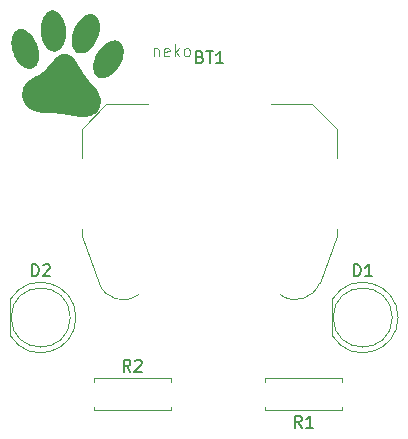
<source format=gto>
G04 #@! TF.GenerationSoftware,KiCad,Pcbnew,9.0.1*
G04 #@! TF.CreationDate,2025-06-26T00:20:29+05:30*
G04 #@! TF.ProjectId,solder,736f6c64-6572-42e6-9b69-6361645f7063,rev?*
G04 #@! TF.SameCoordinates,Original*
G04 #@! TF.FileFunction,Legend,Top*
G04 #@! TF.FilePolarity,Positive*
%FSLAX46Y46*%
G04 Gerber Fmt 4.6, Leading zero omitted, Abs format (unit mm)*
G04 Created by KiCad (PCBNEW 9.0.1) date 2025-06-26 00:20:29*
%MOMM*%
%LPD*%
G01*
G04 APERTURE LIST*
%ADD10C,0.100000*%
%ADD11C,0.150000*%
%ADD12C,0.000000*%
%ADD13C,0.120000*%
%ADD14C,1.600000*%
%ADD15O,1.600000X1.600000*%
%ADD16R,1.800000X1.800000*%
%ADD17C,1.800000*%
%ADD18R,1.270000X5.080000*%
%ADD19C,17.800000*%
G04 APERTURE END LIST*
D10*
X146303884Y-88205752D02*
X146303884Y-88872419D01*
X146303884Y-88300990D02*
X146351503Y-88253371D01*
X146351503Y-88253371D02*
X146446741Y-88205752D01*
X146446741Y-88205752D02*
X146589598Y-88205752D01*
X146589598Y-88205752D02*
X146684836Y-88253371D01*
X146684836Y-88253371D02*
X146732455Y-88348609D01*
X146732455Y-88348609D02*
X146732455Y-88872419D01*
X147589598Y-88824800D02*
X147494360Y-88872419D01*
X147494360Y-88872419D02*
X147303884Y-88872419D01*
X147303884Y-88872419D02*
X147208646Y-88824800D01*
X147208646Y-88824800D02*
X147161027Y-88729561D01*
X147161027Y-88729561D02*
X147161027Y-88348609D01*
X147161027Y-88348609D02*
X147208646Y-88253371D01*
X147208646Y-88253371D02*
X147303884Y-88205752D01*
X147303884Y-88205752D02*
X147494360Y-88205752D01*
X147494360Y-88205752D02*
X147589598Y-88253371D01*
X147589598Y-88253371D02*
X147637217Y-88348609D01*
X147637217Y-88348609D02*
X147637217Y-88443847D01*
X147637217Y-88443847D02*
X147161027Y-88539085D01*
X148065789Y-88872419D02*
X148065789Y-87872419D01*
X148161027Y-88491466D02*
X148446741Y-88872419D01*
X148446741Y-88205752D02*
X148065789Y-88586704D01*
X149018170Y-88872419D02*
X148922932Y-88824800D01*
X148922932Y-88824800D02*
X148875313Y-88777180D01*
X148875313Y-88777180D02*
X148827694Y-88681942D01*
X148827694Y-88681942D02*
X148827694Y-88396228D01*
X148827694Y-88396228D02*
X148875313Y-88300990D01*
X148875313Y-88300990D02*
X148922932Y-88253371D01*
X148922932Y-88253371D02*
X149018170Y-88205752D01*
X149018170Y-88205752D02*
X149161027Y-88205752D01*
X149161027Y-88205752D02*
X149256265Y-88253371D01*
X149256265Y-88253371D02*
X149303884Y-88300990D01*
X149303884Y-88300990D02*
X149351503Y-88396228D01*
X149351503Y-88396228D02*
X149351503Y-88681942D01*
X149351503Y-88681942D02*
X149303884Y-88777180D01*
X149303884Y-88777180D02*
X149256265Y-88824800D01*
X149256265Y-88824800D02*
X149161027Y-88872419D01*
X149161027Y-88872419D02*
X149018170Y-88872419D01*
D11*
X158833333Y-120324819D02*
X158500000Y-119848628D01*
X158261905Y-120324819D02*
X158261905Y-119324819D01*
X158261905Y-119324819D02*
X158642857Y-119324819D01*
X158642857Y-119324819D02*
X158738095Y-119372438D01*
X158738095Y-119372438D02*
X158785714Y-119420057D01*
X158785714Y-119420057D02*
X158833333Y-119515295D01*
X158833333Y-119515295D02*
X158833333Y-119658152D01*
X158833333Y-119658152D02*
X158785714Y-119753390D01*
X158785714Y-119753390D02*
X158738095Y-119801009D01*
X158738095Y-119801009D02*
X158642857Y-119848628D01*
X158642857Y-119848628D02*
X158261905Y-119848628D01*
X159785714Y-120324819D02*
X159214286Y-120324819D01*
X159500000Y-120324819D02*
X159500000Y-119324819D01*
X159500000Y-119324819D02*
X159404762Y-119467676D01*
X159404762Y-119467676D02*
X159309524Y-119562914D01*
X159309524Y-119562914D02*
X159214286Y-119610533D01*
X163256905Y-107494819D02*
X163256905Y-106494819D01*
X163256905Y-106494819D02*
X163495000Y-106494819D01*
X163495000Y-106494819D02*
X163637857Y-106542438D01*
X163637857Y-106542438D02*
X163733095Y-106637676D01*
X163733095Y-106637676D02*
X163780714Y-106732914D01*
X163780714Y-106732914D02*
X163828333Y-106923390D01*
X163828333Y-106923390D02*
X163828333Y-107066247D01*
X163828333Y-107066247D02*
X163780714Y-107256723D01*
X163780714Y-107256723D02*
X163733095Y-107351961D01*
X163733095Y-107351961D02*
X163637857Y-107447200D01*
X163637857Y-107447200D02*
X163495000Y-107494819D01*
X163495000Y-107494819D02*
X163256905Y-107494819D01*
X164780714Y-107494819D02*
X164209286Y-107494819D01*
X164495000Y-107494819D02*
X164495000Y-106494819D01*
X164495000Y-106494819D02*
X164399762Y-106637676D01*
X164399762Y-106637676D02*
X164304524Y-106732914D01*
X164304524Y-106732914D02*
X164209286Y-106780533D01*
X135991905Y-107494819D02*
X135991905Y-106494819D01*
X135991905Y-106494819D02*
X136230000Y-106494819D01*
X136230000Y-106494819D02*
X136372857Y-106542438D01*
X136372857Y-106542438D02*
X136468095Y-106637676D01*
X136468095Y-106637676D02*
X136515714Y-106732914D01*
X136515714Y-106732914D02*
X136563333Y-106923390D01*
X136563333Y-106923390D02*
X136563333Y-107066247D01*
X136563333Y-107066247D02*
X136515714Y-107256723D01*
X136515714Y-107256723D02*
X136468095Y-107351961D01*
X136468095Y-107351961D02*
X136372857Y-107447200D01*
X136372857Y-107447200D02*
X136230000Y-107494819D01*
X136230000Y-107494819D02*
X135991905Y-107494819D01*
X136944286Y-106590057D02*
X136991905Y-106542438D01*
X136991905Y-106542438D02*
X137087143Y-106494819D01*
X137087143Y-106494819D02*
X137325238Y-106494819D01*
X137325238Y-106494819D02*
X137420476Y-106542438D01*
X137420476Y-106542438D02*
X137468095Y-106590057D01*
X137468095Y-106590057D02*
X137515714Y-106685295D01*
X137515714Y-106685295D02*
X137515714Y-106780533D01*
X137515714Y-106780533D02*
X137468095Y-106923390D01*
X137468095Y-106923390D02*
X136896667Y-107494819D01*
X136896667Y-107494819D02*
X137515714Y-107494819D01*
X144333333Y-115584819D02*
X144000000Y-115108628D01*
X143761905Y-115584819D02*
X143761905Y-114584819D01*
X143761905Y-114584819D02*
X144142857Y-114584819D01*
X144142857Y-114584819D02*
X144238095Y-114632438D01*
X144238095Y-114632438D02*
X144285714Y-114680057D01*
X144285714Y-114680057D02*
X144333333Y-114775295D01*
X144333333Y-114775295D02*
X144333333Y-114918152D01*
X144333333Y-114918152D02*
X144285714Y-115013390D01*
X144285714Y-115013390D02*
X144238095Y-115061009D01*
X144238095Y-115061009D02*
X144142857Y-115108628D01*
X144142857Y-115108628D02*
X143761905Y-115108628D01*
X144714286Y-114680057D02*
X144761905Y-114632438D01*
X144761905Y-114632438D02*
X144857143Y-114584819D01*
X144857143Y-114584819D02*
X145095238Y-114584819D01*
X145095238Y-114584819D02*
X145190476Y-114632438D01*
X145190476Y-114632438D02*
X145238095Y-114680057D01*
X145238095Y-114680057D02*
X145285714Y-114775295D01*
X145285714Y-114775295D02*
X145285714Y-114870533D01*
X145285714Y-114870533D02*
X145238095Y-115013390D01*
X145238095Y-115013390D02*
X144666667Y-115584819D01*
X144666667Y-115584819D02*
X145285714Y-115584819D01*
X150214285Y-88931009D02*
X150357142Y-88978628D01*
X150357142Y-88978628D02*
X150404761Y-89026247D01*
X150404761Y-89026247D02*
X150452380Y-89121485D01*
X150452380Y-89121485D02*
X150452380Y-89264342D01*
X150452380Y-89264342D02*
X150404761Y-89359580D01*
X150404761Y-89359580D02*
X150357142Y-89407200D01*
X150357142Y-89407200D02*
X150261904Y-89454819D01*
X150261904Y-89454819D02*
X149880952Y-89454819D01*
X149880952Y-89454819D02*
X149880952Y-88454819D01*
X149880952Y-88454819D02*
X150214285Y-88454819D01*
X150214285Y-88454819D02*
X150309523Y-88502438D01*
X150309523Y-88502438D02*
X150357142Y-88550057D01*
X150357142Y-88550057D02*
X150404761Y-88645295D01*
X150404761Y-88645295D02*
X150404761Y-88740533D01*
X150404761Y-88740533D02*
X150357142Y-88835771D01*
X150357142Y-88835771D02*
X150309523Y-88883390D01*
X150309523Y-88883390D02*
X150214285Y-88931009D01*
X150214285Y-88931009D02*
X149880952Y-88931009D01*
X150738095Y-88454819D02*
X151309523Y-88454819D01*
X151023809Y-89454819D02*
X151023809Y-88454819D01*
X152166666Y-89454819D02*
X151595238Y-89454819D01*
X151880952Y-89454819D02*
X151880952Y-88454819D01*
X151880952Y-88454819D02*
X151785714Y-88597676D01*
X151785714Y-88597676D02*
X151690476Y-88692914D01*
X151690476Y-88692914D02*
X151595238Y-88740533D01*
D12*
G04 #@! TO.C,G\u002A\u002A\u002A*
G36*
X137796710Y-84987544D02*
G01*
X137834843Y-84990412D01*
X137864842Y-84994801D01*
X137870694Y-84996142D01*
X137967176Y-85025503D01*
X138056568Y-85063155D01*
X138140520Y-85110062D01*
X138220682Y-85167192D01*
X138298704Y-85235511D01*
X138326626Y-85263072D01*
X138411507Y-85357757D01*
X138490154Y-85462617D01*
X138562311Y-85576847D01*
X138627719Y-85699639D01*
X138686123Y-85830188D01*
X138737264Y-85967687D01*
X138780886Y-86111329D01*
X138816733Y-86260308D01*
X138844545Y-86413818D01*
X138864068Y-86571052D01*
X138875043Y-86731204D01*
X138877213Y-86893467D01*
X138874612Y-86982192D01*
X138863050Y-87144689D01*
X138843038Y-87298806D01*
X138814297Y-87445624D01*
X138776552Y-87586222D01*
X138729524Y-87721683D01*
X138672937Y-87853086D01*
X138629088Y-87940240D01*
X138575258Y-88033710D01*
X138518472Y-88116992D01*
X138457053Y-88192340D01*
X138389602Y-88261739D01*
X138311560Y-88328242D01*
X138230226Y-88383362D01*
X138146120Y-88426928D01*
X138059761Y-88458769D01*
X137971668Y-88478714D01*
X137882361Y-88486592D01*
X137792360Y-88482230D01*
X137743440Y-88474685D01*
X137653428Y-88451148D01*
X137564788Y-88415496D01*
X137477971Y-88368081D01*
X137393426Y-88309258D01*
X137311603Y-88239379D01*
X137232952Y-88158799D01*
X137157923Y-88067869D01*
X137086965Y-87966945D01*
X137076487Y-87950630D01*
X137061594Y-87925568D01*
X137042827Y-87891564D01*
X137021421Y-87851085D01*
X136998613Y-87806602D01*
X136975638Y-87760582D01*
X136953731Y-87715494D01*
X136934128Y-87673808D01*
X136918066Y-87637991D01*
X136908571Y-87615160D01*
X136856288Y-87466787D01*
X136812364Y-87309206D01*
X136776789Y-87142381D01*
X136749556Y-86966277D01*
X136745189Y-86930617D01*
X136740932Y-86884854D01*
X136737586Y-86829466D01*
X136735152Y-86766823D01*
X136733630Y-86699297D01*
X136733021Y-86629259D01*
X136733324Y-86559080D01*
X136734541Y-86491130D01*
X136736671Y-86427780D01*
X136739714Y-86371402D01*
X136743671Y-86324367D01*
X136745125Y-86311715D01*
X136769764Y-86150002D01*
X136802193Y-85997131D01*
X136842335Y-85853283D01*
X136890114Y-85718637D01*
X136945452Y-85593374D01*
X137008273Y-85477674D01*
X137078502Y-85371719D01*
X137156060Y-85275689D01*
X137208190Y-85220821D01*
X137276265Y-85158655D01*
X137344364Y-85107315D01*
X137414997Y-85065374D01*
X137490678Y-85031403D01*
X137573916Y-85003976D01*
X137603683Y-84996065D01*
X137631209Y-84991310D01*
X137667693Y-84988081D01*
X137709717Y-84986378D01*
X137753862Y-84986199D01*
X137796710Y-84987544D01*
G37*
G36*
X141085166Y-85313732D02*
G01*
X141170381Y-85333301D01*
X141251507Y-85364081D01*
X141281811Y-85379117D01*
X141362776Y-85428662D01*
X141435817Y-85487180D01*
X141501183Y-85554980D01*
X141559124Y-85632371D01*
X141609893Y-85719663D01*
X141653738Y-85817164D01*
X141668065Y-85855352D01*
X141701997Y-85962028D01*
X141727593Y-86069465D01*
X141745071Y-86179522D01*
X141754651Y-86294060D01*
X141756550Y-86414940D01*
X141750989Y-86544019D01*
X141750257Y-86554353D01*
X141731156Y-86731314D01*
X141699739Y-86906984D01*
X141656169Y-87080917D01*
X141600606Y-87252662D01*
X141533209Y-87421773D01*
X141454139Y-87587800D01*
X141363557Y-87750297D01*
X141270062Y-87896480D01*
X141225737Y-87960099D01*
X141184183Y-88016186D01*
X141142718Y-88068003D01*
X141098656Y-88118810D01*
X141049314Y-88171869D01*
X141010955Y-88211327D01*
X140917424Y-88300201D01*
X140820794Y-88380471D01*
X140722146Y-88451426D01*
X140622567Y-88512350D01*
X140523138Y-88562530D01*
X140424943Y-88601254D01*
X140412847Y-88605241D01*
X140345495Y-88623280D01*
X140272130Y-88636531D01*
X140197076Y-88644508D01*
X140124655Y-88646727D01*
X140069012Y-88643785D01*
X139979281Y-88628733D01*
X139894039Y-88602153D01*
X139813644Y-88564318D01*
X139738455Y-88515501D01*
X139668831Y-88455977D01*
X139605130Y-88386018D01*
X139547709Y-88305896D01*
X139496929Y-88215887D01*
X139490511Y-88202805D01*
X139446867Y-88100270D01*
X139412263Y-87992101D01*
X139386534Y-87877478D01*
X139369516Y-87755577D01*
X139361043Y-87625579D01*
X139359961Y-87552645D01*
X139365922Y-87383223D01*
X139383477Y-87216543D01*
X139412838Y-87051285D01*
X139454218Y-86886131D01*
X139482439Y-86794060D01*
X139497514Y-86749541D01*
X139515287Y-86699787D01*
X139534516Y-86648063D01*
X139553959Y-86597634D01*
X139572375Y-86551766D01*
X139588523Y-86513724D01*
X139592049Y-86505841D01*
X139656457Y-86370889D01*
X139722780Y-86246516D01*
X139792332Y-86130811D01*
X139866431Y-86021866D01*
X139946394Y-85917770D01*
X140033536Y-85816613D01*
X140129174Y-85716485D01*
X140151107Y-85694776D01*
X140241467Y-85612206D01*
X140334237Y-85539034D01*
X140428767Y-85475440D01*
X140524406Y-85421607D01*
X140620507Y-85377715D01*
X140716417Y-85343947D01*
X140811488Y-85320483D01*
X140905070Y-85307505D01*
X140996512Y-85305194D01*
X141085166Y-85313732D01*
G37*
G36*
X135087401Y-86563482D02*
G01*
X135190846Y-86574194D01*
X135291955Y-86596116D01*
X135391197Y-86629462D01*
X135489037Y-86674446D01*
X135585946Y-86731284D01*
X135682389Y-86800190D01*
X135777565Y-86880230D01*
X135896868Y-86996385D01*
X136007317Y-87121360D01*
X136108900Y-87255139D01*
X136201609Y-87397708D01*
X136285435Y-87549051D01*
X136360369Y-87709153D01*
X136426401Y-87877999D01*
X136483523Y-88055572D01*
X136488983Y-88074648D01*
X136516383Y-88175703D01*
X136538747Y-88268266D01*
X136556477Y-88355107D01*
X136569975Y-88438994D01*
X136579642Y-88522693D01*
X136585881Y-88608973D01*
X136589093Y-88700602D01*
X136589755Y-88768569D01*
X136589289Y-88843215D01*
X136587542Y-88908184D01*
X136584260Y-88966262D01*
X136579185Y-89020233D01*
X136572065Y-89072882D01*
X136562642Y-89126994D01*
X136552242Y-89178045D01*
X136523684Y-89288841D01*
X136486995Y-89394146D01*
X136442752Y-89492884D01*
X136391532Y-89583979D01*
X136333913Y-89666358D01*
X136270473Y-89738943D01*
X136230568Y-89776722D01*
X136160061Y-89830471D01*
X136082929Y-89874236D01*
X136000496Y-89907685D01*
X135914083Y-89930485D01*
X135825014Y-89942304D01*
X135734612Y-89942809D01*
X135644200Y-89931669D01*
X135627294Y-89928244D01*
X135520475Y-89899147D01*
X135415525Y-89858258D01*
X135312307Y-89805480D01*
X135210683Y-89740716D01*
X135110518Y-89663871D01*
X135011674Y-89574848D01*
X134914014Y-89473550D01*
X134817401Y-89359882D01*
X134814465Y-89356214D01*
X134728740Y-89240561D01*
X134647883Y-89114720D01*
X134572608Y-88980295D01*
X134503629Y-88838889D01*
X134441659Y-88692108D01*
X134387411Y-88541554D01*
X134341600Y-88388833D01*
X134304938Y-88235548D01*
X134296020Y-88190698D01*
X134283118Y-88118971D01*
X134273067Y-88053866D01*
X134265569Y-87992053D01*
X134260325Y-87930199D01*
X134257035Y-87864976D01*
X134255401Y-87793050D01*
X134255082Y-87734723D01*
X134255183Y-87680378D01*
X134255576Y-87636182D01*
X134256397Y-87599781D01*
X134257779Y-87568823D01*
X134259858Y-87540953D01*
X134262769Y-87513820D01*
X134266646Y-87485069D01*
X134271042Y-87456062D01*
X134293909Y-87331914D01*
X134322168Y-87218494D01*
X134356122Y-87115109D01*
X134396075Y-87021066D01*
X134442332Y-86935671D01*
X134495195Y-86858232D01*
X134554968Y-86788055D01*
X134571087Y-86771505D01*
X134643418Y-86706768D01*
X134718945Y-86654093D01*
X134797844Y-86613409D01*
X134880291Y-86584644D01*
X134966463Y-86567729D01*
X135056535Y-86562592D01*
X135087401Y-86563482D01*
G37*
G36*
X143098648Y-87539724D02*
G01*
X143183744Y-87553086D01*
X143244794Y-87569355D01*
X143327504Y-87602366D01*
X143403794Y-87645747D01*
X143473420Y-87698999D01*
X143536140Y-87761622D01*
X143591711Y-87833115D01*
X143639889Y-87912979D01*
X143680433Y-88000715D01*
X143713098Y-88095821D01*
X143737643Y-88197799D01*
X143753824Y-88306148D01*
X143761399Y-88420369D01*
X143760124Y-88539962D01*
X143754603Y-88618532D01*
X143740277Y-88740955D01*
X143720153Y-88858675D01*
X143693500Y-88974705D01*
X143659588Y-89092055D01*
X143617686Y-89213739D01*
X143597001Y-89268221D01*
X143587020Y-89292303D01*
X143572744Y-89324648D01*
X143555212Y-89363087D01*
X143535460Y-89405454D01*
X143514527Y-89449578D01*
X143493450Y-89493292D01*
X143473267Y-89534428D01*
X143455015Y-89570817D01*
X143439732Y-89600290D01*
X143428456Y-89620680D01*
X143427829Y-89621735D01*
X143367914Y-89719567D01*
X143310845Y-89807632D01*
X143255122Y-89887888D01*
X143199247Y-89962292D01*
X143141718Y-90032799D01*
X143081037Y-90101368D01*
X143015704Y-90169956D01*
X142981287Y-90204410D01*
X142871476Y-90307441D01*
X142762818Y-90398465D01*
X142654740Y-90477861D01*
X142546671Y-90546006D01*
X142438037Y-90603277D01*
X142328267Y-90650052D01*
X142278703Y-90667659D01*
X142181424Y-90696827D01*
X142090622Y-90716960D01*
X142004387Y-90728300D01*
X141920813Y-90731087D01*
X141837989Y-90725563D01*
X141828820Y-90724455D01*
X141762115Y-90711450D01*
X141691719Y-90689355D01*
X141620933Y-90659448D01*
X141553059Y-90623004D01*
X141531439Y-90609486D01*
X141495993Y-90583328D01*
X141457378Y-90549633D01*
X141418813Y-90511610D01*
X141383515Y-90472472D01*
X141354702Y-90435429D01*
X141349770Y-90428207D01*
X141302986Y-90348937D01*
X141263441Y-90262704D01*
X141230658Y-90168256D01*
X141204162Y-90064342D01*
X141196213Y-90025128D01*
X141191611Y-89992241D01*
X141188106Y-89949360D01*
X141185699Y-89898948D01*
X141184391Y-89843465D01*
X141184182Y-89785373D01*
X141185072Y-89727135D01*
X141187062Y-89671210D01*
X141190152Y-89620061D01*
X141194343Y-89576150D01*
X141196132Y-89562515D01*
X141224782Y-89397628D01*
X141262740Y-89238567D01*
X141310453Y-89084273D01*
X141368367Y-88933689D01*
X141436928Y-88785756D01*
X141516582Y-88639416D01*
X141607775Y-88493611D01*
X141705430Y-88354727D01*
X141769542Y-88272025D01*
X141839415Y-88188972D01*
X141912919Y-88107820D01*
X141987923Y-88030826D01*
X142062297Y-87960242D01*
X142133908Y-87898323D01*
X142146563Y-87888094D01*
X142178573Y-87862816D01*
X142207652Y-87840631D01*
X142236377Y-87819724D01*
X142267321Y-87798280D01*
X142303061Y-87774483D01*
X142346170Y-87746520D01*
X142360201Y-87737511D01*
X142403007Y-87712215D01*
X142454728Y-87685078D01*
X142512206Y-87657503D01*
X142572281Y-87630895D01*
X142631796Y-87606659D01*
X142687590Y-87586199D01*
X142732167Y-87572131D01*
X142823055Y-87551176D01*
X142915980Y-87538782D01*
X143008619Y-87534960D01*
X143098648Y-87539724D01*
G37*
G36*
X138830514Y-88678393D02*
G01*
X138873458Y-88679549D01*
X138909892Y-88682075D01*
X138942807Y-88686398D01*
X138975195Y-88692947D01*
X139010047Y-88702150D01*
X139050355Y-88714435D01*
X139065640Y-88719328D01*
X139114825Y-88737533D01*
X139168561Y-88761387D01*
X139222878Y-88788856D01*
X139273805Y-88817906D01*
X139317371Y-88846505D01*
X139325157Y-88852221D01*
X139366750Y-88885701D01*
X139413922Y-88927501D01*
X139464921Y-88975813D01*
X139517996Y-89028829D01*
X139571395Y-89084740D01*
X139623366Y-89141737D01*
X139672157Y-89198012D01*
X139716018Y-89251756D01*
X139731545Y-89271818D01*
X139743976Y-89289576D01*
X139761764Y-89317032D01*
X139784171Y-89352965D01*
X139810459Y-89396156D01*
X139839891Y-89445384D01*
X139871729Y-89499430D01*
X139905236Y-89557073D01*
X139929926Y-89600024D01*
X140005599Y-89731712D01*
X140076149Y-89853241D01*
X140142180Y-89965564D01*
X140204296Y-90069636D01*
X140263102Y-90166410D01*
X140319201Y-90256842D01*
X140373196Y-90341886D01*
X140425693Y-90422496D01*
X140477294Y-90499627D01*
X140528604Y-90574233D01*
X140580227Y-90647268D01*
X140632767Y-90719687D01*
X140671654Y-90772187D01*
X140711445Y-90824762D01*
X140750643Y-90874973D01*
X140790653Y-90924479D01*
X140832878Y-90974935D01*
X140878721Y-91027998D01*
X140929587Y-91085324D01*
X140986878Y-91148572D01*
X141034473Y-91200418D01*
X141099362Y-91270789D01*
X141156384Y-91332642D01*
X141206149Y-91386647D01*
X141249271Y-91433471D01*
X141286360Y-91473786D01*
X141318028Y-91508261D01*
X141344889Y-91537564D01*
X141367553Y-91562365D01*
X141386633Y-91583334D01*
X141402741Y-91601141D01*
X141416488Y-91616454D01*
X141428486Y-91629943D01*
X141439349Y-91642278D01*
X141449686Y-91654128D01*
X141458124Y-91663863D01*
X141493730Y-91709551D01*
X141530947Y-91765619D01*
X141568839Y-91830207D01*
X141606472Y-91901454D01*
X141642909Y-91977499D01*
X141677215Y-92056481D01*
X141708455Y-92136539D01*
X141735694Y-92215814D01*
X141735846Y-92216292D01*
X141772869Y-92350052D01*
X141798640Y-92482823D01*
X141813119Y-92613859D01*
X141816268Y-92742412D01*
X141808047Y-92867735D01*
X141788418Y-92989081D01*
X141778428Y-93032141D01*
X141742078Y-93151757D01*
X141694895Y-93265403D01*
X141637274Y-93372612D01*
X141569611Y-93472917D01*
X141492298Y-93565850D01*
X141405732Y-93650944D01*
X141310306Y-93727732D01*
X141206415Y-93795747D01*
X141094453Y-93854522D01*
X141077200Y-93862417D01*
X140976375Y-93904513D01*
X140876378Y-93939481D01*
X140773608Y-93968385D01*
X140664463Y-93992289D01*
X140597267Y-94004207D01*
X140532777Y-94013507D01*
X140463077Y-94021292D01*
X140390600Y-94027449D01*
X140317773Y-94031867D01*
X140247028Y-94034433D01*
X140180794Y-94035035D01*
X140121502Y-94033561D01*
X140071580Y-94029898D01*
X140062967Y-94028897D01*
X140031127Y-94024365D01*
X139991254Y-94017861D01*
X139947521Y-94010111D01*
X139904105Y-94001841D01*
X139884799Y-93997940D01*
X139846996Y-93990210D01*
X139810771Y-93982945D01*
X139779028Y-93976716D01*
X139754671Y-93972096D01*
X139743932Y-93970185D01*
X139725050Y-93966946D01*
X139697241Y-93962081D01*
X139663884Y-93956184D01*
X139628354Y-93949850D01*
X139618901Y-93948156D01*
X139580240Y-93941323D01*
X139533933Y-93933304D01*
X139484675Y-93924903D01*
X139437165Y-93916923D01*
X139415726Y-93913375D01*
X139375012Y-93906639D01*
X139334214Y-93899825D01*
X139296695Y-93893498D01*
X139265818Y-93888224D01*
X139250061Y-93885481D01*
X139217581Y-93879954D01*
X139174575Y-93872957D01*
X139122898Y-93864777D01*
X139064401Y-93855705D01*
X139000940Y-93846030D01*
X138934366Y-93836041D01*
X138909352Y-93832328D01*
X138870962Y-93826635D01*
X138830647Y-93820633D01*
X138793126Y-93815027D01*
X138763123Y-93810521D01*
X138762441Y-93810418D01*
X138723421Y-93804753D01*
X138674730Y-93798036D01*
X138618278Y-93790506D01*
X138555977Y-93782397D01*
X138489738Y-93773947D01*
X138421473Y-93765391D01*
X138353093Y-93756967D01*
X138286509Y-93748911D01*
X138223633Y-93741458D01*
X138166376Y-93734846D01*
X138116649Y-93729310D01*
X138076365Y-93725088D01*
X138059143Y-93723431D01*
X138039362Y-93721576D01*
X138010489Y-93718814D01*
X137975874Y-93715469D01*
X137938868Y-93711863D01*
X137924735Y-93710477D01*
X137836308Y-93702497D01*
X137744452Y-93695639D01*
X137647579Y-93689826D01*
X137544103Y-93684980D01*
X137432439Y-93681025D01*
X137310998Y-93677883D01*
X137218311Y-93676110D01*
X137131190Y-93674486D01*
X137054937Y-93672645D01*
X136987918Y-93670465D01*
X136928499Y-93667825D01*
X136875046Y-93664605D01*
X136825924Y-93660684D01*
X136779498Y-93655941D01*
X136734135Y-93650255D01*
X136688200Y-93643506D01*
X136640059Y-93635573D01*
X136618163Y-93631748D01*
X136452790Y-93596785D01*
X136294852Y-93551798D01*
X136144274Y-93496757D01*
X136000983Y-93431634D01*
X135864905Y-93356401D01*
X135817966Y-93327030D01*
X135722478Y-93259593D01*
X135631868Y-93184190D01*
X135548108Y-93102715D01*
X135473168Y-93017067D01*
X135417308Y-92941562D01*
X135399510Y-92915131D01*
X135385502Y-92893663D01*
X135373685Y-92874337D01*
X135362456Y-92854329D01*
X135350216Y-92830819D01*
X135335364Y-92800984D01*
X135321508Y-92772679D01*
X135299075Y-92724786D01*
X135279190Y-92677750D01*
X135261419Y-92629961D01*
X135245332Y-92579811D01*
X135230497Y-92525690D01*
X135216481Y-92465987D01*
X135202853Y-92399094D01*
X135189181Y-92323400D01*
X135175033Y-92237296D01*
X135171016Y-92211671D01*
X135164160Y-92151722D01*
X135162028Y-92089039D01*
X135164789Y-92022506D01*
X135172611Y-91951006D01*
X135185664Y-91873421D01*
X135204116Y-91788635D01*
X135228137Y-91695530D01*
X135257895Y-91592990D01*
X135270997Y-91550504D01*
X135313320Y-91436025D01*
X135367077Y-91325933D01*
X135431835Y-91220687D01*
X135507159Y-91120747D01*
X135592612Y-91026574D01*
X135687761Y-90938626D01*
X135792170Y-90857363D01*
X135905404Y-90783246D01*
X136027028Y-90716735D01*
X136086782Y-90688315D01*
X136195539Y-90638456D01*
X136293334Y-90592573D01*
X136380920Y-90550278D01*
X136459052Y-90511180D01*
X136528483Y-90474891D01*
X136589968Y-90441020D01*
X136644259Y-90409178D01*
X136692111Y-90378976D01*
X136714644Y-90363828D01*
X136783073Y-90313807D01*
X136857424Y-90253947D01*
X136936932Y-90184970D01*
X137020830Y-90107599D01*
X137108352Y-90022559D01*
X137198730Y-89930571D01*
X137291200Y-89832361D01*
X137371616Y-89743694D01*
X137401165Y-89710455D01*
X137428305Y-89679658D01*
X137454204Y-89649916D01*
X137480028Y-89619845D01*
X137506945Y-89588058D01*
X137536122Y-89553170D01*
X137568727Y-89513795D01*
X137605927Y-89468549D01*
X137648888Y-89416045D01*
X137687512Y-89368717D01*
X137741671Y-89302451D01*
X137788969Y-89244992D01*
X137830321Y-89195352D01*
X137866639Y-89152548D01*
X137898838Y-89115591D01*
X137927832Y-89083497D01*
X137954533Y-89055280D01*
X137979857Y-89029953D01*
X138004716Y-89006531D01*
X138030025Y-88984028D01*
X138056697Y-88961458D01*
X138085646Y-88937835D01*
X138090400Y-88934012D01*
X138189023Y-88861996D01*
X138291515Y-88801471D01*
X138399155Y-88751806D01*
X138513227Y-88712373D01*
X138576434Y-88695480D01*
X138601314Y-88689665D01*
X138622937Y-88685333D01*
X138643881Y-88682265D01*
X138666723Y-88680237D01*
X138694044Y-88679030D01*
X138728421Y-88678422D01*
X138772433Y-88678191D01*
X138778070Y-88678179D01*
X138830514Y-88678393D01*
G37*
D13*
G04 #@! TO.C,R1*
X155730000Y-116130000D02*
X155730000Y-116460000D01*
X155730000Y-118870000D02*
X155730000Y-118540000D01*
X162270000Y-116130000D02*
X155730000Y-116130000D01*
X162270000Y-116460000D02*
X162270000Y-116130000D01*
X162270000Y-118540000D02*
X162270000Y-118870000D01*
X162270000Y-118870000D02*
X155730000Y-118870000D01*
G04 #@! TO.C,D1*
X161435000Y-109455000D02*
X161435000Y-112545000D01*
X161435000Y-109455170D02*
G75*
G02*
X166985000Y-110999952I2560000J-1544830D01*
G01*
X166985000Y-111000048D02*
G75*
G02*
X161435000Y-112544830I-2990000J48D01*
G01*
X166495000Y-111000000D02*
G75*
G02*
X161495000Y-111000000I-2500000J0D01*
G01*
X161495000Y-111000000D02*
G75*
G02*
X166495000Y-111000000I2500000J0D01*
G01*
G04 #@! TO.C,D2*
X134170000Y-109455000D02*
X134170000Y-112545000D01*
X134170000Y-109455170D02*
G75*
G02*
X139720000Y-110999952I2560000J-1544830D01*
G01*
X139720000Y-111000048D02*
G75*
G02*
X134170000Y-112544830I-2990000J48D01*
G01*
X139230000Y-111000000D02*
G75*
G02*
X134230000Y-111000000I-2500000J0D01*
G01*
X134230000Y-111000000D02*
G75*
G02*
X139230000Y-111000000I2500000J0D01*
G01*
G04 #@! TO.C,R2*
X141230000Y-116130000D02*
X147770000Y-116130000D01*
X141230000Y-116460000D02*
X141230000Y-116130000D01*
X141230000Y-118540000D02*
X141230000Y-118870000D01*
X141230000Y-118870000D02*
X147770000Y-118870000D01*
X147770000Y-116130000D02*
X147770000Y-116460000D01*
X147770000Y-118870000D02*
X147770000Y-118540000D01*
G04 #@! TO.C,BT1*
X140220000Y-95040000D02*
X140220000Y-97500000D01*
X140220000Y-103500000D02*
X140220000Y-104130000D01*
X140220000Y-104130000D02*
X141660000Y-108080000D01*
X142300000Y-92960000D02*
X140220000Y-95040000D01*
X145800000Y-92960000D02*
X142300000Y-92960000D01*
X159700000Y-92960000D02*
X156200000Y-92960000D01*
X159700000Y-92960000D02*
X161780000Y-95040000D01*
X161780000Y-95040000D02*
X161780000Y-97500000D01*
X161780000Y-103500000D02*
X161780000Y-104130000D01*
X161780000Y-104130000D02*
X160340000Y-108080000D01*
X144996646Y-109066530D02*
G75*
G02*
X141660000Y-108080000I-1306646J1716531D01*
G01*
X160325243Y-108088169D02*
G75*
G02*
X157000000Y-109050000I-2015243J738169D01*
G01*
G04 #@! TD*
%LPC*%
D14*
G04 #@! TO.C,R1*
X162810000Y-117500000D03*
D15*
X155190000Y-117500000D03*
G04 #@! TD*
D16*
G04 #@! TO.C,D1*
X162725000Y-111000000D03*
D17*
X165265000Y-111000000D03*
G04 #@! TD*
D16*
G04 #@! TO.C,D2*
X135460000Y-111000000D03*
D17*
X138000000Y-111000000D03*
G04 #@! TD*
D14*
G04 #@! TO.C,R2*
X140690000Y-117500000D03*
D15*
X148310000Y-117500000D03*
G04 #@! TD*
D18*
G04 #@! TO.C,BT1*
X140015000Y-100500000D03*
X161985000Y-100500000D03*
D19*
X151000000Y-100500000D03*
G04 #@! TD*
%LPD*%
M02*

</source>
